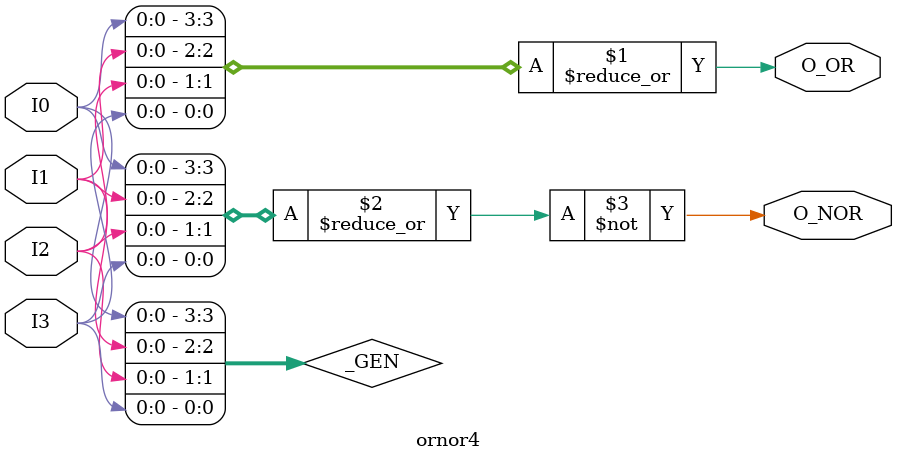
<source format=v>
module ornor4(	// file.cleaned.mlir:2:3
  input  I0,	// file.cleaned.mlir:2:24
         I1,	// file.cleaned.mlir:2:37
         I2,	// file.cleaned.mlir:2:50
         I3,	// file.cleaned.mlir:2:63
  output O_OR,	// file.cleaned.mlir:2:77
         O_NOR	// file.cleaned.mlir:2:92
);

  wire [3:0] _GEN = {I0, I1, I2, I3};	// file.cleaned.mlir:5:10
  assign O_OR = |_GEN;	// file.cleaned.mlir:5:10, :6:10, :8:5
  assign O_NOR = ~(|_GEN);	// file.cleaned.mlir:5:10, :6:10, :7:10, :8:5
endmodule


</source>
